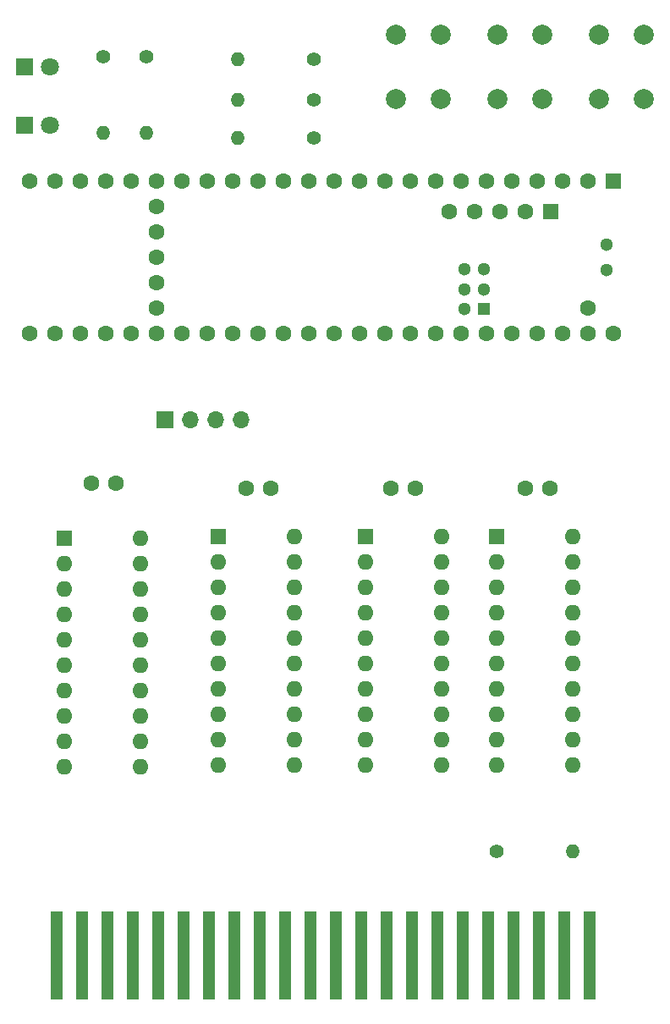
<source format=gts>
G04 #@! TF.GenerationSoftware,KiCad,Pcbnew,(6.0.6)*
G04 #@! TF.CreationDate,2023-01-25T21:08:39+01:00*
G04 #@! TF.ProjectId,RTO_cart,52544f5f-6361-4727-942e-6b696361645f,rev?*
G04 #@! TF.SameCoordinates,Original*
G04 #@! TF.FileFunction,Soldermask,Top*
G04 #@! TF.FilePolarity,Negative*
%FSLAX46Y46*%
G04 Gerber Fmt 4.6, Leading zero omitted, Abs format (unit mm)*
G04 Created by KiCad (PCBNEW (6.0.6)) date 2023-01-25 21:08:39*
%MOMM*%
%LPD*%
G01*
G04 APERTURE LIST*
%ADD10C,1.600000*%
%ADD11R,1.600000X1.600000*%
%ADD12O,1.600000X1.600000*%
%ADD13C,1.400000*%
%ADD14O,1.400000X1.400000*%
%ADD15R,1.300000X1.300000*%
%ADD16C,1.300000*%
%ADD17R,1.800000X1.800000*%
%ADD18C,1.800000*%
%ADD19C,2.000000*%
%ADD20R,1.700000X1.700000*%
%ADD21O,1.700000X1.700000*%
%ADD22R,1.270000X8.840000*%
G04 APERTURE END LIST*
D10*
X138196000Y-141224000D03*
X140696000Y-141224000D03*
D11*
X135382000Y-146050000D03*
D12*
X135382000Y-148590000D03*
X135382000Y-151130000D03*
X135382000Y-153670000D03*
X135382000Y-156210000D03*
X135382000Y-158750000D03*
X135382000Y-161290000D03*
X135382000Y-163830000D03*
X135382000Y-166370000D03*
X135382000Y-168910000D03*
X143002000Y-168910000D03*
X143002000Y-166370000D03*
X143002000Y-163830000D03*
X143002000Y-161290000D03*
X143002000Y-158750000D03*
X143002000Y-156210000D03*
X143002000Y-153670000D03*
X143002000Y-151130000D03*
X143002000Y-148590000D03*
X143002000Y-146050000D03*
D13*
X135382000Y-177546000D03*
D14*
X143002000Y-177546000D03*
D13*
X117094000Y-106172000D03*
D14*
X109474000Y-106172000D03*
D13*
X100330000Y-98044000D03*
D14*
X100330000Y-105664000D03*
D11*
X147066000Y-110490000D03*
D10*
X144526000Y-110490000D03*
X141986000Y-110490000D03*
X139446000Y-110490000D03*
X136906000Y-110490000D03*
X134366000Y-110490000D03*
X131826000Y-110490000D03*
X129286000Y-110490000D03*
X126746000Y-110490000D03*
X124206000Y-110490000D03*
X121666000Y-110490000D03*
X119126000Y-110490000D03*
X116586000Y-110490000D03*
X114046000Y-110490000D03*
X111506000Y-110490000D03*
X108966000Y-110490000D03*
X106426000Y-110490000D03*
X103886000Y-110490000D03*
X101346000Y-110490000D03*
X98806000Y-110490000D03*
X96266000Y-110490000D03*
X93726000Y-110490000D03*
X91186000Y-110490000D03*
X88646000Y-110490000D03*
X88646000Y-125730000D03*
X91186000Y-125730000D03*
X93726000Y-125730000D03*
X96266000Y-125730000D03*
X98806000Y-125730000D03*
X101346000Y-125730000D03*
X103886000Y-125730000D03*
X106426000Y-125730000D03*
X108966000Y-125730000D03*
X111506000Y-125730000D03*
X114046000Y-125730000D03*
X116586000Y-125730000D03*
X119126000Y-125730000D03*
X121666000Y-125730000D03*
X124206000Y-125730000D03*
X126746000Y-125730000D03*
X129286000Y-125730000D03*
X131826000Y-125730000D03*
X134366000Y-125730000D03*
X136906000Y-125730000D03*
X139446000Y-125730000D03*
X141986000Y-125730000D03*
X144526000Y-125730000D03*
X147066000Y-125730000D03*
X144526000Y-123190000D03*
X101346000Y-113030000D03*
X101346000Y-115570000D03*
X101346000Y-118110000D03*
X101346000Y-120650000D03*
X101346000Y-123190000D03*
D11*
X140766800Y-113540800D03*
D10*
X138226800Y-113540800D03*
X135686800Y-113540800D03*
X133146800Y-113540800D03*
X130606800Y-113540800D03*
D15*
X134096000Y-123291600D03*
D16*
X134096000Y-121291600D03*
X134096000Y-119291600D03*
X132096000Y-119291600D03*
X132096000Y-121291600D03*
X132096000Y-123291600D03*
X146336000Y-119380000D03*
X146336000Y-116840000D03*
D17*
X88138000Y-104902000D03*
D18*
X90678000Y-104902000D03*
D19*
X129758000Y-102310000D03*
X129758000Y-95810000D03*
X125258000Y-95810000D03*
X125258000Y-102310000D03*
D13*
X117094000Y-98298000D03*
D14*
X109474000Y-98298000D03*
D19*
X150078000Y-95810000D03*
X150078000Y-102310000D03*
X145578000Y-95810000D03*
X145578000Y-102310000D03*
X139918000Y-102310000D03*
X139918000Y-95810000D03*
X135418000Y-102310000D03*
X135418000Y-95810000D03*
D20*
X102118000Y-134366000D03*
D21*
X104658000Y-134366000D03*
X107198000Y-134366000D03*
X109738000Y-134366000D03*
D13*
X96012000Y-98044000D03*
D14*
X96012000Y-105664000D03*
D10*
X112756000Y-141224000D03*
X110256000Y-141224000D03*
X97282000Y-140716000D03*
X94782000Y-140716000D03*
D11*
X122184000Y-146055000D03*
D12*
X122184000Y-148595000D03*
X122184000Y-151135000D03*
X122184000Y-153675000D03*
X122184000Y-156215000D03*
X122184000Y-158755000D03*
X122184000Y-161295000D03*
X122184000Y-163835000D03*
X122184000Y-166375000D03*
X122184000Y-168915000D03*
X129804000Y-168915000D03*
X129804000Y-166375000D03*
X129804000Y-163835000D03*
X129804000Y-161295000D03*
X129804000Y-158755000D03*
X129804000Y-156215000D03*
X129804000Y-153675000D03*
X129804000Y-151135000D03*
X129804000Y-148595000D03*
X129804000Y-146055000D03*
D11*
X92085000Y-146182000D03*
D12*
X92085000Y-148722000D03*
X92085000Y-151262000D03*
X92085000Y-153802000D03*
X92085000Y-156342000D03*
X92085000Y-158882000D03*
X92085000Y-161422000D03*
X92085000Y-163962000D03*
X92085000Y-166502000D03*
X92085000Y-169042000D03*
X99705000Y-169042000D03*
X99705000Y-166502000D03*
X99705000Y-163962000D03*
X99705000Y-161422000D03*
X99705000Y-158882000D03*
X99705000Y-156342000D03*
X99705000Y-153802000D03*
X99705000Y-151262000D03*
X99705000Y-148722000D03*
X99705000Y-146182000D03*
D11*
X107452000Y-146050000D03*
D12*
X107452000Y-148590000D03*
X107452000Y-151130000D03*
X107452000Y-153670000D03*
X107452000Y-156210000D03*
X107452000Y-158750000D03*
X107452000Y-161290000D03*
X107452000Y-163830000D03*
X107452000Y-166370000D03*
X107452000Y-168910000D03*
X115072000Y-168910000D03*
X115072000Y-166370000D03*
X115072000Y-163830000D03*
X115072000Y-161290000D03*
X115072000Y-158750000D03*
X115072000Y-156210000D03*
X115072000Y-153670000D03*
X115072000Y-151130000D03*
X115072000Y-148590000D03*
X115072000Y-146050000D03*
D13*
X117094000Y-102362000D03*
D14*
X109474000Y-102362000D03*
D10*
X124734000Y-141224000D03*
X127234000Y-141224000D03*
D22*
X144665700Y-187960000D03*
X142125700Y-187960000D03*
X139585700Y-187960000D03*
X137045700Y-187960000D03*
X134505700Y-187960000D03*
X131965700Y-187960000D03*
X129425700Y-187960000D03*
X126885700Y-187960000D03*
X124345700Y-187960000D03*
X121805700Y-187960000D03*
X119265700Y-187960000D03*
X116725700Y-187960000D03*
X114185700Y-187960000D03*
X111645700Y-187960000D03*
X109105700Y-187960000D03*
X106565700Y-187960000D03*
X104025700Y-187960000D03*
X101485700Y-187960000D03*
X98945700Y-187960000D03*
X96405700Y-187960000D03*
X93865700Y-187960000D03*
X91325700Y-187960000D03*
D17*
X88138000Y-99060000D03*
D18*
X90678000Y-99060000D03*
M02*

</source>
